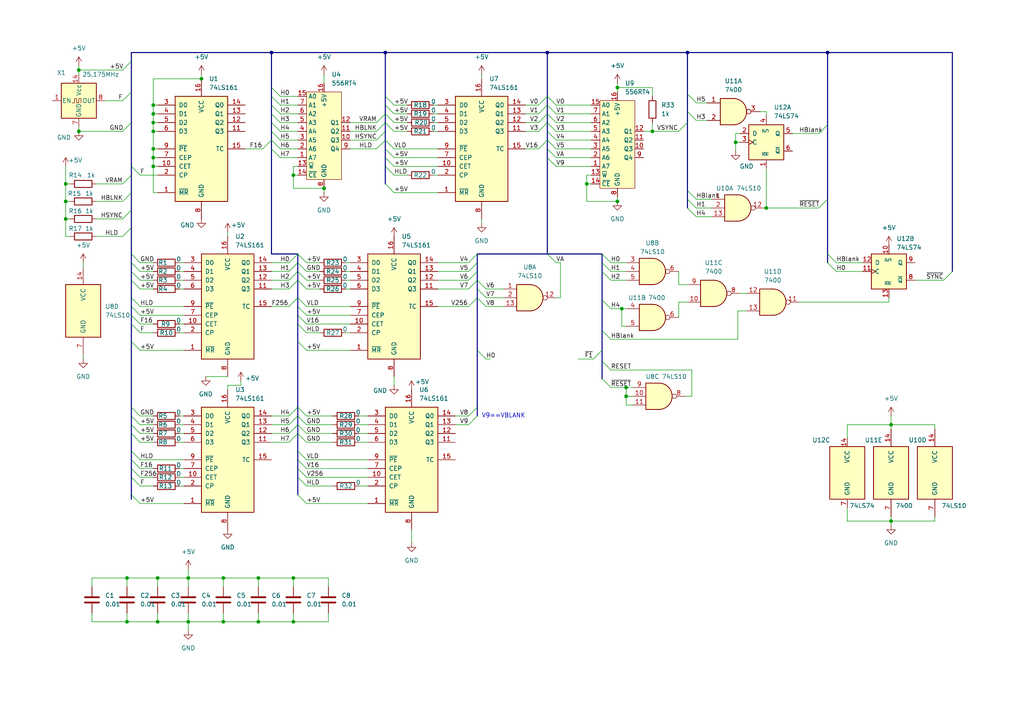
<source format=kicad_sch>
(kicad_sch (version 20231120) (generator "eeschema") (generator_version "8.0")
  (paper "A4")
  (junction (at 54.61 180.34))
  (junction (at 36.83 167.64))
  (junction (at 85.09 167.64))
  (junction (at 93.98 54.61))
  (junction (at 58.42 22.86))
  (junction (at 180.34 89.535))
  (junction (at 170.18 53.34))
  (junction (at 258.445 151.13))
  (junction (at 64.77 180.34))
  (junction (at 19.05 63.5))
  (junction (at 44.45 45.72))
  (junction (at 74.93 167.64))
  (junction (at 36.83 180.34))
  (junction (at 179.07 58.42))
  (junction (at 179.07 25.4))
  (junction (at 111.76 15.24))
  (junction (at 19.05 58.42))
  (junction (at 85.09 180.34))
  (junction (at 189.23 38.1))
  (junction (at 222.25 60.325))
  (junction (at 64.77 167.64))
  (junction (at 44.45 35.56))
  (junction (at 54.61 167.64))
  (junction (at 44.45 48.26))
  (junction (at 44.45 38.1))
  (junction (at 44.45 43.18))
  (junction (at 158.75 15.24))
  (junction (at 213.36 41.275))
  (junction (at 19.05 53.34))
  (junction (at 258.445 123.19))
  (junction (at 181.61 114.935))
  (junction (at 44.45 30.48))
  (junction (at 22.86 38.1))
  (junction (at 78.74 15.24))
  (junction (at 85.09 50.8))
  (junction (at 44.45 33.02))
  (junction (at 240.03 15.24))
  (junction (at 74.93 180.34))
  (junction (at 45.72 180.34))
  (junction (at 181.61 112.395))
  (junction (at 199.39 15.24))
  (junction (at 45.72 167.64))
  (junction (at 22.86 20.32))
  (bus_entry (at 161.29 48.26) (size -2.54 -2.54))
  (bus_entry (at 83.82 76.2) (size 2.54 -2.54))
  (bus_entry (at 88.9 123.19) (size -2.54 -2.54))
  (bus_entry (at 83.82 125.73) (size 2.54 -2.54))
  (bus_entry (at 135.89 83.82) (size 2.54 -2.54))
  (bus_entry (at 114.3 38.1) (size -2.54 -2.54))
  (bus_entry (at 109.22 40.64) (size 2.54 -2.54))
  (bus_entry (at 38.1 91.44) (size 2.54 2.54))
  (bus_entry (at 35.56 58.42) (size 2.54 -2.54))
  (bus_entry (at 88.9 83.82) (size -2.54 -2.54))
  (bus_entry (at 83.82 88.9) (size 2.54 -2.54))
  (bus_entry (at 38.1 93.98) (size 2.54 2.54))
  (bus_entry (at 199.39 60.325) (size 2.54 2.54))
  (bus_entry (at 174.625 76.2) (size 2.54 2.54))
  (bus_entry (at 156.21 38.1) (size 2.54 -2.54))
  (bus_entry (at 161.29 40.64) (size -2.54 -2.54))
  (bus_entry (at 38.1 123.19) (size 2.54 2.54))
  (bus_entry (at 38.1 130.81) (size 2.54 2.54))
  (bus_entry (at 88.9 81.28) (size -2.54 -2.54))
  (bus_entry (at 38.1 81.28) (size 2.54 2.54))
  (bus_entry (at 35.56 20.32) (size 2.54 -2.54))
  (bus_entry (at 88.9 120.65) (size -2.54 -2.54))
  (bus_entry (at 135.89 123.19) (size 2.54 -2.54))
  (bus_entry (at 35.56 38.1) (size 2.54 -2.54))
  (bus_entry (at 88.9 125.73) (size -2.54 -2.54))
  (bus_entry (at 38.1 48.26) (size 2.54 2.54))
  (bus_entry (at 109.22 43.18) (size 2.54 -2.54))
  (bus_entry (at 38.1 120.65) (size 2.54 2.54))
  (bus_entry (at 86.36 138.43) (size 2.54 2.54))
  (bus_entry (at 240.03 73.66) (size 2.54 2.54))
  (bus_entry (at 140.97 83.82) (size -2.54 -2.54))
  (bus_entry (at 135.89 76.2) (size 2.54 -2.54))
  (bus_entry (at 88.9 133.35) (size -2.54 -2.54))
  (bus_entry (at 156.21 35.56) (size 2.54 -2.54))
  (bus_entry (at 81.28 43.18) (size -2.54 -2.54))
  (bus_entry (at 35.56 68.58) (size 2.54 -2.54))
  (bus_entry (at 88.9 78.74) (size -2.54 -2.54))
  (bus_entry (at 135.89 81.28) (size 2.54 -2.54))
  (bus_entry (at 78.74 30.48) (size 2.54 2.54))
  (bus_entry (at 88.9 101.6) (size -2.54 -2.54))
  (bus_entry (at 174.625 104.775) (size 2.54 2.54))
  (bus_entry (at 109.22 35.56) (size 2.54 -2.54))
  (bus_entry (at 138.43 101.6) (size 2.54 2.54))
  (bus_entry (at 161.29 35.56) (size -2.54 -2.54))
  (bus_entry (at 174.625 78.74) (size 2.54 2.54))
  (bus_entry (at 156.21 43.18) (size 2.54 -2.54))
  (bus_entry (at 35.56 29.21) (size 2.54 -2.54))
  (bus_entry (at 111.76 45.72) (size 2.54 2.54))
  (bus_entry (at 38.1 138.43) (size 2.54 2.54))
  (bus_entry (at 111.76 48.26) (size 2.54 2.54))
  (bus_entry (at 78.74 35.56) (size 2.54 2.54))
  (bus_entry (at 88.9 96.52) (size -2.54 -2.54))
  (bus_entry (at 161.29 43.18) (size -2.54 -2.54))
  (bus_entry (at 196.85 38.1) (size 2.54 -2.54))
  (bus_entry (at 161.29 38.1) (size -2.54 -2.54))
  (bus_entry (at 109.22 38.1) (size 2.54 -2.54))
  (bus_entry (at 38.1 143.51) (size 2.54 2.54))
  (bus_entry (at 199.39 57.785) (size 2.54 2.54))
  (bus_entry (at 135.89 120.65) (size 2.54 -2.54))
  (bus_entry (at 76.2 43.18) (size 2.54 -2.54))
  (bus_entry (at 111.76 43.18) (size 2.54 2.54))
  (bus_entry (at 86.36 143.51) (size 2.54 2.54))
  (bus_entry (at 38.1 88.9) (size 2.54 2.54))
  (bus_entry (at 78.74 33.02) (size 2.54 2.54))
  (bus_entry (at 111.76 53.34) (size 2.54 2.54))
  (bus_entry (at 78.74 25.4) (size 2.54 2.54))
  (bus_entry (at 86.36 135.89) (size 2.54 2.54))
  (bus_entry (at 161.29 30.48) (size -2.54 -2.54))
  (bus_entry (at 83.82 83.82) (size 2.54 -2.54))
  (bus_entry (at 35.56 63.5) (size 2.54 -2.54))
  (bus_entry (at 174.625 95.885) (size 2.54 2.54))
  (bus_entry (at 38.1 118.11) (size 2.54 2.54))
  (bus_entry (at 88.9 93.98) (size -2.54 -2.54))
  (bus_entry (at 38.1 76.2) (size 2.54 2.54))
  (bus_entry (at 38.1 133.35) (size 2.54 2.54))
  (bus_entry (at 140.97 88.9) (size -2.54 -2.54))
  (bus_entry (at 156.21 30.48) (size 2.54 -2.54))
  (bus_entry (at 114.3 33.02) (size -2.54 -2.54))
  (bus_entry (at 88.9 128.27) (size -2.54 -2.54))
  (bus_entry (at 83.82 81.28) (size 2.54 -2.54))
  (bus_entry (at 83.82 128.27) (size 2.54 -2.54))
  (bus_entry (at 38.1 99.06) (size 2.54 2.54))
  (bus_entry (at 174.625 86.995) (size 2.54 2.54))
  (bus_entry (at 81.28 45.72) (size -2.54 -2.54))
  (bus_entry (at 161.29 76.2) (size -2.54 -2.54))
  (bus_entry (at 114.3 35.56) (size -2.54 -2.54))
  (bus_entry (at 237.49 38.735) (size 2.54 -2.54))
  (bus_entry (at 161.29 45.72) (size -2.54 -2.54))
  (bus_entry (at 88.9 88.9) (size -2.54 -2.54))
  (bus_entry (at 78.74 38.1) (size 2.54 2.54))
  (bus_entry (at 135.89 88.9) (size 2.54 -2.54))
  (bus_entry (at 199.39 55.245) (size 2.54 2.54))
  (bus_entry (at 237.49 60.325) (size 2.54 -2.54))
  (bus_entry (at 140.97 86.36) (size -2.54 -2.54))
  (bus_entry (at 161.29 33.02) (size -2.54 -2.54))
  (bus_entry (at 199.39 27.305) (size 2.54 2.54))
  (bus_entry (at 78.74 27.94) (size 2.54 2.54))
  (bus_entry (at 88.9 76.2) (size -2.54 -2.54))
  (bus_entry (at 88.9 91.44) (size -2.54 -2.54))
  (bus_entry (at 38.1 135.89) (size 2.54 2.54))
  (bus_entry (at 199.39 32.385) (size 2.54 2.54))
  (bus_entry (at 83.82 120.65) (size 2.54 -2.54))
  (bus_entry (at 35.56 53.34) (size 2.54 -2.54))
  (bus_entry (at 174.625 109.855) (size 2.54 2.54))
  (bus_entry (at 38.1 73.66) (size 2.54 2.54))
  (bus_entry (at 156.21 33.02) (size 2.54 -2.54))
  (bus_entry (at 83.82 78.74) (size 2.54 -2.54))
  (bus_entry (at 273.685 81.28) (size 2.54 -2.54))
  (bus_entry (at 86.36 133.35) (size 2.54 2.54))
  (bus_entry (at 38.1 78.74) (size 2.54 2.54))
  (bus_entry (at 135.89 78.74) (size 2.54 -2.54))
  (bus_entry (at 38.1 86.36) (size 2.54 2.54))
  (bus_entry (at 114.3 30.48) (size -2.54 -2.54))
  (bus_entry (at 240.03 76.2) (size 2.54 2.54))
  (bus_entry (at 172.085 104.14) (size 2.54 -2.54))
  (bus_entry (at 114.3 43.18) (size -2.54 -2.54))
  (bus_entry (at 38.1 125.73) (size 2.54 2.54))
  (bus_entry (at 174.625 73.66) (size 2.54 2.54))
  (bus_entry (at 83.82 123.19) (size 2.54 -2.54))
  (bus (pts (xy 138.43 101.6) (xy 138.43 118.11)))
  (bus (pts (xy 38.1 86.36) (xy 38.1 88.9)))
  (wire (pts (xy 167.64 104.14) (xy 172.085 104.14)))
  (wire (pts (xy 27.94 68.58) (xy 35.56 68.58)))
  (wire (pts (xy 177.165 76.2) (xy 181.61 76.2)))
  (wire (pts (xy 258.445 151.13) (xy 245.745 151.13)))
  (wire (pts (xy 26.67 170.18) (xy 26.67 167.64)))
  (wire (pts (xy 189.23 38.1) (xy 196.85 38.1)))
  (wire (pts (xy 88.9 125.73) (xy 96.52 125.73)))
  (wire (pts (xy 242.57 78.74) (xy 250.19 78.74)))
  (wire (pts (xy 26.67 177.8) (xy 26.67 180.34)))
  (wire (pts (xy 52.07 76.2) (xy 53.34 76.2)))
  (wire (pts (xy 140.97 86.36) (xy 146.05 86.36)))
  (wire (pts (xy 85.09 167.64) (xy 85.09 170.18)))
  (wire (pts (xy 44.45 43.18) (xy 44.45 38.1)))
  (wire (pts (xy 85.09 54.61) (xy 93.98 54.61)))
  (wire (pts (xy 24.13 76.2) (xy 24.13 77.47)))
  (bus (pts (xy 111.76 27.94) (xy 111.76 30.48)))
  (wire (pts (xy 88.9 146.05) (xy 106.68 146.05)))
  (bus (pts (xy 38.1 118.11) (xy 38.1 120.65)))
  (wire (pts (xy 271.145 123.19) (xy 258.445 123.19)))
  (bus (pts (xy 111.76 40.64) (xy 111.76 43.18)))
  (wire (pts (xy 140.97 104.14) (xy 142.24 104.14)))
  (wire (pts (xy 180.34 94.615) (xy 180.34 89.535)))
  (wire (pts (xy 179.07 25.4) (xy 189.23 25.4)))
  (wire (pts (xy 104.14 140.97) (xy 106.68 140.97)))
  (wire (pts (xy 40.64 78.74) (xy 44.45 78.74)))
  (bus (pts (xy 86.36 120.65) (xy 86.36 123.19)))
  (wire (pts (xy 88.9 83.82) (xy 92.71 83.82)))
  (bus (pts (xy 86.36 73.66) (xy 86.36 76.2)))
  (bus (pts (xy 174.625 101.6) (xy 174.625 104.775)))
  (wire (pts (xy 140.97 88.9) (xy 146.05 88.9)))
  (bus (pts (xy 199.39 32.385) (xy 199.39 35.56)))
  (wire (pts (xy 179.07 24.13) (xy 179.07 25.4)))
  (wire (pts (xy 74.93 180.34) (xy 85.09 180.34)))
  (wire (pts (xy 85.09 180.34) (xy 95.25 180.34)))
  (wire (pts (xy 22.86 20.32) (xy 35.56 20.32)))
  (wire (pts (xy 114.3 38.1) (xy 118.11 38.1)))
  (bus (pts (xy 78.74 27.94) (xy 78.74 30.48)))
  (wire (pts (xy 179.07 57.15) (xy 179.07 58.42)))
  (wire (pts (xy 52.07 123.19) (xy 53.34 123.19)))
  (wire (pts (xy 114.3 30.48) (xy 118.11 30.48)))
  (wire (pts (xy 245.745 123.19) (xy 245.745 127)))
  (wire (pts (xy 40.64 125.73) (xy 44.45 125.73)))
  (wire (pts (xy 44.45 35.56) (xy 44.45 33.02)))
  (wire (pts (xy 100.33 96.52) (xy 101.6 96.52)))
  (wire (pts (xy 81.28 35.56) (xy 86.36 35.56)))
  (wire (pts (xy 258.445 149.86) (xy 258.445 151.13)))
  (wire (pts (xy 88.9 101.6) (xy 101.6 101.6)))
  (wire (pts (xy 40.64 133.35) (xy 53.34 133.35)))
  (bus (pts (xy 138.43 78.74) (xy 138.43 81.28)))
  (wire (pts (xy 52.07 81.28) (xy 53.34 81.28)))
  (wire (pts (xy 69.85 111.76) (xy 66.04 111.76)))
  (wire (pts (xy 152.4 38.1) (xy 156.21 38.1)))
  (bus (pts (xy 138.43 83.82) (xy 138.43 86.36)))
  (bus (pts (xy 158.75 27.94) (xy 158.75 30.48)))
  (wire (pts (xy 114.3 45.72) (xy 127 45.72)))
  (wire (pts (xy 221.615 60.325) (xy 222.25 60.325)))
  (wire (pts (xy 161.29 48.26) (xy 171.45 48.26)))
  (wire (pts (xy 40.64 138.43) (xy 44.45 138.43)))
  (wire (pts (xy 139.7 63.5) (xy 139.7 64.77)))
  (wire (pts (xy 19.05 63.5) (xy 19.05 58.42)))
  (bus (pts (xy 158.75 15.24) (xy 158.75 27.94)))
  (wire (pts (xy 93.98 54.61) (xy 93.98 55.88)))
  (wire (pts (xy 177.165 98.425) (xy 213.995 98.425)))
  (wire (pts (xy 74.93 167.64) (xy 85.09 167.64)))
  (bus (pts (xy 138.43 73.66) (xy 138.43 76.2)))
  (bus (pts (xy 38.1 88.9) (xy 38.1 91.44)))
  (wire (pts (xy 45.72 167.64) (xy 54.61 167.64)))
  (wire (pts (xy 125.73 38.1) (xy 127 38.1)))
  (wire (pts (xy 161.29 86.36) (xy 162.56 86.36)))
  (wire (pts (xy 81.28 40.64) (xy 86.36 40.64)))
  (bus (pts (xy 38.1 130.81) (xy 38.1 133.35)))
  (wire (pts (xy 40.64 101.6) (xy 53.34 101.6)))
  (wire (pts (xy 201.93 34.925) (xy 205.105 34.925)))
  (bus (pts (xy 38.1 50.8) (xy 38.1 55.88)))
  (wire (pts (xy 229.87 38.735) (xy 237.49 38.735)))
  (wire (pts (xy 78.74 120.65) (xy 83.82 120.65)))
  (wire (pts (xy 114.3 35.56) (xy 118.11 35.56)))
  (wire (pts (xy 86.36 48.26) (xy 85.09 48.26)))
  (bus (pts (xy 111.76 48.26) (xy 111.76 53.34)))
  (wire (pts (xy 40.64 123.19) (xy 44.45 123.19)))
  (bus (pts (xy 276.225 15.24) (xy 276.225 78.74)))
  (wire (pts (xy 44.45 22.86) (xy 58.42 22.86)))
  (wire (pts (xy 161.29 76.2) (xy 162.56 76.2)))
  (wire (pts (xy 125.73 35.56) (xy 127 35.56)))
  (wire (pts (xy 161.29 30.48) (xy 171.45 30.48)))
  (bus (pts (xy 86.36 93.98) (xy 86.36 99.06)))
  (wire (pts (xy 170.18 53.34) (xy 171.45 53.34)))
  (bus (pts (xy 240.03 15.24) (xy 240.03 36.195)))
  (wire (pts (xy 88.9 96.52) (xy 92.71 96.52)))
  (wire (pts (xy 81.28 45.72) (xy 86.36 45.72)))
  (wire (pts (xy 177.165 89.535) (xy 180.34 89.535)))
  (bus (pts (xy 38.1 125.73) (xy 38.1 130.81)))
  (wire (pts (xy 100.33 81.28) (xy 101.6 81.28)))
  (wire (pts (xy 152.4 43.18) (xy 156.21 43.18)))
  (wire (pts (xy 20.32 68.58) (xy 19.05 68.58)))
  (wire (pts (xy 40.64 91.44) (xy 53.34 91.44)))
  (wire (pts (xy 100.33 78.74) (xy 101.6 78.74)))
  (bus (pts (xy 86.36 133.35) (xy 86.36 135.89)))
  (wire (pts (xy 40.64 83.82) (xy 44.45 83.82)))
  (wire (pts (xy 214.63 85.09) (xy 216.535 85.09)))
  (wire (pts (xy 78.74 76.2) (xy 83.82 76.2)))
  (wire (pts (xy 52.07 138.43) (xy 53.34 138.43)))
  (wire (pts (xy 114.3 33.02) (xy 118.11 33.02)))
  (bus (pts (xy 240.03 15.24) (xy 276.225 15.24)))
  (wire (pts (xy 181.61 114.935) (xy 183.515 114.935)))
  (wire (pts (xy 44.45 38.1) (xy 45.72 38.1)))
  (wire (pts (xy 125.73 33.02) (xy 127 33.02)))
  (wire (pts (xy 40.64 140.97) (xy 44.45 140.97)))
  (wire (pts (xy 200.66 114.935) (xy 198.755 114.935)))
  (bus (pts (xy 86.36 81.28) (xy 86.36 86.36)))
  (wire (pts (xy 189.23 35.56) (xy 189.23 38.1)))
  (wire (pts (xy 231.775 87.63) (xy 257.81 87.63)))
  (wire (pts (xy 88.9 91.44) (xy 101.6 91.44)))
  (wire (pts (xy 213.995 98.425) (xy 213.995 90.17)))
  (wire (pts (xy 88.9 133.35) (xy 106.68 133.35)))
  (wire (pts (xy 100.33 83.82) (xy 101.6 83.82)))
  (wire (pts (xy 201.93 62.865) (xy 206.375 62.865)))
  (wire (pts (xy 44.45 30.48) (xy 45.72 30.48)))
  (wire (pts (xy 265.43 81.28) (xy 273.685 81.28)))
  (bus (pts (xy 38.1 143.51) (xy 38.1 144.78)))
  (wire (pts (xy 257.81 87.63) (xy 257.81 86.36)))
  (wire (pts (xy 177.165 107.315) (xy 200.66 107.315)))
  (bus (pts (xy 38.1 66.04) (xy 38.1 73.66)))
  (bus (pts (xy 38.1 138.43) (xy 38.1 143.51)))
  (wire (pts (xy 81.28 43.18) (xy 86.36 43.18)))
  (wire (pts (xy 78.74 81.28) (xy 83.82 81.28)))
  (wire (pts (xy 127 81.28) (xy 135.89 81.28)))
  (wire (pts (xy 85.09 48.26) (xy 85.09 50.8)))
  (wire (pts (xy 78.74 78.74) (xy 83.82 78.74)))
  (wire (pts (xy 59.69 109.22) (xy 66.04 109.22)))
  (bus (pts (xy 86.36 135.89) (xy 86.36 138.43)))
  (wire (pts (xy 85.09 50.8) (xy 86.36 50.8)))
  (wire (pts (xy 196.85 78.74) (xy 196.85 82.55)))
  (bus (pts (xy 86.36 78.74) (xy 86.36 76.2)))
  (bus (pts (xy 78.74 40.64) (xy 78.74 43.18)))
  (wire (pts (xy 125.73 50.8) (xy 127 50.8)))
  (bus (pts (xy 86.36 78.74) (xy 86.36 81.28)))
  (bus (pts (xy 86.36 123.19) (xy 86.36 125.73)))
  (wire (pts (xy 52.07 140.97) (xy 53.34 140.97)))
  (wire (pts (xy 152.4 33.02) (xy 156.21 33.02)))
  (wire (pts (xy 127 78.74) (xy 135.89 78.74)))
  (wire (pts (xy 22.86 38.1) (xy 22.86 36.83)))
  (bus (pts (xy 38.1 60.96) (xy 38.1 66.04)))
  (wire (pts (xy 88.9 88.9) (xy 101.6 88.9)))
  (wire (pts (xy 179.07 25.4) (xy 179.07 26.67)))
  (wire (pts (xy 196.85 82.55) (xy 199.39 82.55)))
  (wire (pts (xy 162.56 86.36) (xy 162.56 76.2)))
  (bus (pts (xy 158.75 45.72) (xy 158.75 73.66)))
  (wire (pts (xy 114.3 50.8) (xy 118.11 50.8)))
  (wire (pts (xy 54.61 177.8) (xy 54.61 180.34)))
  (bus (pts (xy 78.74 33.02) (xy 78.74 35.56)))
  (wire (pts (xy 258.445 123.19) (xy 245.745 123.19)))
  (wire (pts (xy 36.83 177.8) (xy 36.83 180.34)))
  (wire (pts (xy 40.64 93.98) (xy 44.45 93.98)))
  (wire (pts (xy 54.61 180.34) (xy 54.61 182.88)))
  (wire (pts (xy 78.74 125.73) (xy 83.82 125.73)))
  (wire (pts (xy 40.64 96.52) (xy 44.45 96.52)))
  (wire (pts (xy 85.09 167.64) (xy 95.25 167.64)))
  (wire (pts (xy 199.39 87.63) (xy 196.85 87.63)))
  (bus (pts (xy 158.75 43.18) (xy 158.75 45.72)))
  (wire (pts (xy 101.6 35.56) (xy 109.22 35.56)))
  (wire (pts (xy 52.07 78.74) (xy 53.34 78.74)))
  (wire (pts (xy 88.9 81.28) (xy 92.71 81.28)))
  (bus (pts (xy 174.625 76.2) (xy 174.625 78.74)))
  (wire (pts (xy 52.07 96.52) (xy 53.34 96.52)))
  (wire (pts (xy 201.93 57.785) (xy 206.375 57.785)))
  (bus (pts (xy 38.1 55.88) (xy 38.1 60.96)))
  (bus (pts (xy 111.76 15.24) (xy 111.76 27.94)))
  (wire (pts (xy 54.61 165.1) (xy 54.61 167.64)))
  (wire (pts (xy 45.72 177.8) (xy 45.72 180.34)))
  (wire (pts (xy 81.28 27.94) (xy 86.36 27.94)))
  (wire (pts (xy 88.9 120.65) (xy 96.52 120.65)))
  (wire (pts (xy 201.93 29.845) (xy 205.105 29.845)))
  (bus (pts (xy 111.76 15.24) (xy 158.75 15.24)))
  (wire (pts (xy 186.69 38.1) (xy 189.23 38.1)))
  (wire (pts (xy 139.7 21.59) (xy 139.7 22.86)))
  (bus (pts (xy 86.36 86.36) (xy 86.36 88.9)))
  (bus (pts (xy 138.43 118.11) (xy 138.43 120.65)))
  (wire (pts (xy 81.28 33.02) (xy 86.36 33.02)))
  (bus (pts (xy 174.625 95.885) (xy 174.625 101.6)))
  (wire (pts (xy 66.04 111.76) (xy 66.04 113.03)))
  (wire (pts (xy 74.93 167.64) (xy 74.93 170.18)))
  (wire (pts (xy 52.07 93.98) (xy 53.34 93.98)))
  (wire (pts (xy 119.38 153.67) (xy 119.38 157.48)))
  (wire (pts (xy 213.36 41.275) (xy 213.36 43.815)))
  (wire (pts (xy 40.64 120.65) (xy 44.45 120.65)))
  (wire (pts (xy 52.07 135.89) (xy 53.34 135.89)))
  (wire (pts (xy 180.34 89.535) (xy 181.61 89.535)))
  (wire (pts (xy 101.6 43.18) (xy 109.22 43.18)))
  (wire (pts (xy 242.57 76.2) (xy 250.19 76.2)))
  (wire (pts (xy 177.165 78.74) (xy 181.61 78.74)))
  (wire (pts (xy 44.45 33.02) (xy 44.45 30.48)))
  (wire (pts (xy 52.07 125.73) (xy 53.34 125.73)))
  (wire (pts (xy 101.6 40.64) (xy 109.22 40.64)))
  (bus (pts (xy 38.1 78.74) (xy 38.1 81.28)))
  (wire (pts (xy 200.66 107.315) (xy 200.66 114.935)))
  (bus (pts (xy 86.36 130.81) (xy 86.36 133.35)))
  (bus (pts (xy 38.1 99.06) (xy 38.1 118.11)))
  (wire (pts (xy 88.9 78.74) (xy 92.71 78.74)))
  (wire (pts (xy 44.45 43.18) (xy 45.72 43.18)))
  (wire (pts (xy 213.36 41.275) (xy 214.63 41.275)))
  (wire (pts (xy 152.4 30.48) (xy 156.21 30.48)))
  (wire (pts (xy 44.45 55.88) (xy 44.45 48.26)))
  (bus (pts (xy 86.36 138.43) (xy 86.36 143.51)))
  (bus (pts (xy 38.1 91.44) (xy 38.1 93.98)))
  (wire (pts (xy 22.86 21.59) (xy 22.86 20.32)))
  (bus (pts (xy 240.03 36.195) (xy 240.03 57.785)))
  (wire (pts (xy 170.18 58.42) (xy 179.07 58.42)))
  (wire (pts (xy 222.25 60.325) (xy 237.49 60.325)))
  (wire (pts (xy 26.67 180.34) (xy 36.83 180.34)))
  (wire (pts (xy 85.09 50.8) (xy 85.09 54.61)))
  (bus (pts (xy 158.75 30.48) (xy 158.75 33.02)))
  (wire (pts (xy 222.25 32.385) (xy 222.25 33.655)))
  (wire (pts (xy 258.445 151.13) (xy 258.445 152.4)))
  (wire (pts (xy 40.64 146.05) (xy 53.34 146.05)))
  (wire (pts (xy 44.45 30.48) (xy 44.45 22.86)))
  (wire (pts (xy 26.67 167.64) (xy 36.83 167.64)))
  (bus (pts (xy 138.43 81.28) (xy 138.43 83.82)))
  (wire (pts (xy 54.61 167.64) (xy 54.61 170.18)))
  (wire (pts (xy 201.93 60.325) (xy 206.375 60.325)))
  (wire (pts (xy 258.445 123.19) (xy 258.445 124.46)))
  (wire (pts (xy 54.61 167.64) (xy 64.77 167.64)))
  (bus (pts (xy 111.76 33.02) (xy 111.76 35.56)))
  (wire (pts (xy 161.29 35.56) (xy 171.45 35.56)))
  (bus (pts (xy 38.1 133.35) (xy 38.1 135.89)))
  (bus (pts (xy 38.1 81.28) (xy 38.1 86.36)))
  (bus (pts (xy 111.76 35.56) (xy 111.76 38.1)))
  (wire (pts (xy 170.18 53.34) (xy 170.18 58.42)))
  (wire (pts (xy 64.77 167.64) (xy 64.77 170.18)))
  (bus (pts (xy 78.74 30.48) (xy 78.74 33.02)))
  (wire (pts (xy 114.3 48.26) (xy 127 48.26)))
  (bus (pts (xy 111.76 30.48) (xy 111.76 33.02)))
  (wire (pts (xy 22.86 38.1) (xy 35.56 38.1)))
  (wire (pts (xy 27.94 63.5) (xy 35.56 63.5)))
  (wire (pts (xy 19.05 68.58) (xy 19.05 63.5)))
  (wire (pts (xy 177.165 81.28) (xy 181.61 81.28)))
  (bus (pts (xy 174.625 104.775) (xy 174.625 109.855)))
  (bus (pts (xy 38.1 48.26) (xy 38.1 50.8)))
  (wire (pts (xy 88.9 140.97) (xy 96.52 140.97)))
  (wire (pts (xy 95.25 180.34) (xy 95.25 177.8)))
  (bus (pts (xy 158.75 15.24) (xy 199.39 15.24)))
  (wire (pts (xy 140.97 83.82) (xy 146.05 83.82)))
  (wire (pts (xy 52.07 128.27) (xy 53.34 128.27)))
  (wire (pts (xy 181.61 117.475) (xy 181.61 114.935)))
  (wire (pts (xy 58.42 21.59) (xy 58.42 22.86)))
  (bus (pts (xy 174.625 86.995) (xy 174.625 95.885)))
  (wire (pts (xy 127 88.9) (xy 135.89 88.9)))
  (wire (pts (xy 104.14 123.19) (xy 106.68 123.19)))
  (wire (pts (xy 69.85 110.49) (xy 69.85 111.76)))
  (bus (pts (xy 199.39 35.56) (xy 199.39 55.245)))
  (wire (pts (xy 44.45 45.72) (xy 44.45 43.18)))
  (wire (pts (xy 78.74 128.27) (xy 83.82 128.27)))
  (bus (pts (xy 38.1 15.24) (xy 78.74 15.24)))
  (wire (pts (xy 213.36 38.735) (xy 213.36 41.275)))
  (wire (pts (xy 81.28 38.1) (xy 86.36 38.1)))
  (wire (pts (xy 52.07 83.82) (xy 53.34 83.82)))
  (bus (pts (xy 86.36 91.44) (xy 86.36 93.98)))
  (wire (pts (xy 45.72 167.64) (xy 45.72 170.18)))
  (wire (pts (xy 74.93 177.8) (xy 74.93 180.34)))
  (wire (pts (xy 104.14 125.73) (xy 106.68 125.73)))
  (wire (pts (xy 36.83 167.64) (xy 36.83 170.18)))
  (bus (pts (xy 174.625 78.74) (xy 174.625 86.995)))
  (wire (pts (xy 52.07 120.65) (xy 53.34 120.65)))
  (wire (pts (xy 78.74 123.19) (xy 83.82 123.19)))
  (wire (pts (xy 88.9 93.98) (xy 101.6 93.98)))
  (bus (pts (xy 240.03 57.785) (xy 240.03 73.66)))
  (bus (pts (xy 240.03 73.66) (xy 240.03 76.2)))
  (wire (pts (xy 45.72 180.34) (xy 54.61 180.34)))
  (wire (pts (xy 44.45 48.26) (xy 44.45 45.72)))
  (bus (pts (xy 138.43 86.36) (xy 138.43 101.6)))
  (bus (pts (xy 78.74 35.56) (xy 78.74 38.1)))
  (wire (pts (xy 40.64 128.27) (xy 44.45 128.27)))
  (wire (pts (xy 189.23 27.94) (xy 189.23 25.4)))
  (wire (pts (xy 114.3 109.22) (xy 114.3 111.76)))
  (wire (pts (xy 271.145 151.13) (xy 258.445 151.13)))
  (wire (pts (xy 19.05 58.42) (xy 19.05 53.34)))
  (bus (pts (xy 38.1 76.2) (xy 38.1 78.74)))
  (bus (pts (xy 158.75 73.66) (xy 174.625 73.66)))
  (bus (pts (xy 78.74 25.4) (xy 78.74 27.94)))
  (wire (pts (xy 114.3 43.18) (xy 127 43.18)))
  (bus (pts (xy 174.625 73.66) (xy 174.625 76.2)))
  (bus (pts (xy 111.76 43.18) (xy 111.76 45.72)))
  (wire (pts (xy 181.61 112.395) (xy 183.515 112.395)))
  (wire (pts (xy 64.77 180.34) (xy 74.93 180.34)))
  (wire (pts (xy 66.04 67.31) (xy 66.04 68.58)))
  (wire (pts (xy 44.45 38.1) (xy 44.45 35.56)))
  (wire (pts (xy 88.9 123.19) (xy 96.52 123.19)))
  (wire (pts (xy 44.45 55.88) (xy 45.72 55.88)))
  (wire (pts (xy 44.45 33.02) (xy 45.72 33.02)))
  (wire (pts (xy 222.25 60.325) (xy 222.25 48.895)))
  (wire (pts (xy 132.08 123.19) (xy 135.89 123.19)))
  (wire (pts (xy 93.98 21.59) (xy 93.98 24.13)))
  (wire (pts (xy 40.64 50.8) (xy 45.72 50.8)))
  (wire (pts (xy 258.445 120.65) (xy 258.445 123.19)))
  (wire (pts (xy 127 83.82) (xy 135.89 83.82)))
  (bus (pts (xy 111.76 38.1) (xy 111.76 40.64)))
  (bus (pts (xy 158.75 40.64) (xy 158.75 43.18)))
  (wire (pts (xy 171.45 50.8) (xy 170.18 50.8)))
  (wire (pts (xy 161.29 33.02) (xy 171.45 33.02)))
  (wire (pts (xy 30.48 29.21) (xy 35.56 29.21)))
  (wire (pts (xy 161.29 45.72) (xy 171.45 45.72)))
  (bus (pts (xy 38.1 17.78) (xy 38.1 26.67)))
  (wire (pts (xy 196.85 87.63) (xy 196.85 92.075)))
  (bus (pts (xy 199.39 57.785) (xy 199.39 60.325)))
  (wire (pts (xy 181.61 114.935) (xy 181.61 112.395)))
  (bus (pts (xy 38.1 123.19) (xy 38.1 125.73)))
  (bus (pts (xy 38.1 26.67) (xy 38.1 35.56)))
  (wire (pts (xy 27.94 53.34) (xy 35.56 53.34)))
  (bus (pts (xy 158.75 33.02) (xy 158.75 35.56)))
  (wire (pts (xy 85.09 177.8) (xy 85.09 180.34)))
  (wire (pts (xy 19.05 58.42) (xy 20.32 58.42)))
  (wire (pts (xy 101.6 38.1) (xy 109.22 38.1)))
  (bus (pts (xy 86.36 73.66) (xy 78.74 73.66)))
  (wire (pts (xy 183.515 117.475) (xy 181.61 117.475)))
  (bus (pts (xy 86.36 88.9) (xy 86.36 91.44)))
  (wire (pts (xy 127 76.2) (xy 135.89 76.2)))
  (wire (pts (xy 114.3 55.88) (xy 127 55.88)))
  (bus (pts (xy 78.74 15.24) (xy 78.74 25.4)))
  (wire (pts (xy 161.29 38.1) (xy 171.45 38.1)))
  (wire (pts (xy 64.77 167.64) (xy 74.93 167.64)))
  (wire (pts (xy 181.61 94.615) (xy 180.34 94.615)))
  (wire (pts (xy 88.9 138.43) (xy 106.68 138.43)))
  (bus (pts (xy 138.43 73.66) (xy 158.75 73.66)))
  (wire (pts (xy 88.9 76.2) (xy 92.71 76.2)))
  (wire (pts (xy 271.145 149.86) (xy 271.145 151.13)))
  (wire (pts (xy 95.25 167.64) (xy 95.25 170.18)))
  (wire (pts (xy 64.77 177.8) (xy 64.77 180.34)))
  (wire (pts (xy 22.86 20.32) (xy 22.86 19.05)))
  (wire (pts (xy 88.9 128.27) (xy 96.52 128.27)))
  (bus (pts (xy 38.1 135.89) (xy 38.1 138.43)))
  (wire (pts (xy 104.14 128.27) (xy 106.68 128.27)))
  (bus (pts (xy 38.1 15.24) (xy 38.1 17.78)))
  (bus (pts (xy 199.39 15.24) (xy 199.39 27.305)))
  (wire (pts (xy 177.165 112.395) (xy 181.61 112.395)))
  (bus (pts (xy 78.74 15.24) (xy 111.76 15.24)))
  (bus (pts (xy 111.76 45.72) (xy 111.76 48.26)))
  (wire (pts (xy 214.63 38.735) (xy 213.36 38.735)))
  (wire (pts (xy 19.05 48.26) (xy 19.05 53.34)))
  (wire (pts (xy 19.05 63.5) (xy 20.32 63.5)))
  (wire (pts (xy 125.73 30.48) (xy 127 30.48)))
  (bus (pts (xy 78.74 38.1) (xy 78.74 40.64)))
  (wire (pts (xy 161.29 43.18) (xy 171.45 43.18)))
  (bus (pts (xy 38.1 120.65) (xy 38.1 123.19)))
  (wire (pts (xy 40.64 135.89) (xy 44.45 135.89)))
  (wire (pts (xy 54.61 180.34) (xy 64.77 180.34)))
  (bus (pts (xy 78.74 43.18) (xy 78.74 73.66)))
  (wire (pts (xy 40.64 81.28) (xy 44.45 81.28)))
  (wire (pts (xy 19.05 53.34) (xy 20.32 53.34)))
  (wire (pts (xy 170.18 50.8) (xy 170.18 53.34)))
  (bus (pts (xy 199.39 55.245) (xy 199.39 57.785)))
  (bus (pts (xy 158.75 35.56) (xy 158.75 38.1)))
  (wire (pts (xy 36.83 167.64) (xy 45.72 167.64)))
  (wire (pts (xy 152.4 35.56) (xy 156.21 35.56)))
  (wire (pts (xy 40.64 88.9) (xy 53.34 88.9)))
  (bus (pts (xy 86.36 99.06) (xy 86.36 118.11)))
  (wire (pts (xy 71.12 43.18) (xy 76.2 43.18)))
  (wire (pts (xy 40.64 76.2) (xy 44.45 76.2)))
  (wire (pts (xy 27.94 58.42) (xy 35.56 58.42)))
  (wire (pts (xy 78.74 83.82) (xy 83.82 83.82)))
  (bus (pts (xy 138.43 76.2) (xy 138.43 78.74)))
  (bus (pts (xy 199.39 15.24) (xy 240.03 15.24)))
  (wire (pts (xy 78.74 88.9) (xy 83.82 88.9)))
  (wire (pts (xy 132.08 120.65) (xy 135.89 120.65)))
  (wire (pts (xy 271.145 124.46) (xy 271.145 123.19)))
  (wire (pts (xy 100.33 76.2) (xy 101.6 76.2)))
  (bus (pts (xy 86.36 125.73) (xy 86.36 130.81)))
  (bus (pts (xy 38.1 73.66) (xy 38.1 76.2)))
  (bus (pts (xy 38.1 93.98) (xy 38.1 99.06)))
  (wire (pts (xy 24.13 102.87) (xy 24.13 104.14)))
  (bus (pts (xy 38.1 35.56) (xy 38.1 48.26)))
  (wire (pts (xy 104.14 120.65) (xy 106.68 120.65)))
  (wire (pts (xy 44.45 45.72) (xy 45.72 45.72)))
  (wire (pts (xy 44.45 35.56) (xy 45.72 35.56)))
  (wire (pts (xy 36.83 180.34) (xy 45.72 180.34)))
  (wire (pts (xy 44.45 48.26) (xy 45.72 48.26)))
  (bus (pts (xy 158.75 38.1) (xy 158.75 40.64)))
  (wire (pts (xy 220.345 32.385) (xy 222.25 32.385)))
  (wire (pts (xy 245.745 151.13) (xy 245.745 147.32)))
  (bus (pts (xy 86.36 118.11) (xy 86.36 120.65)))
  (wire (pts (xy 161.29 40.64) (xy 171.45 40.64)))
  (wire (pts (xy 213.995 90.17) (xy 216.535 90.17)))
  (bus (pts (xy 199.39 27.305) (xy 199.39 32.385)))
  (wire (pts (xy 88.9 135.89) (xy 106.68 135.89)))
  (wire (pts (xy 81.28 30.48) (xy 86.36 30.48)))
  (text "V9==VBLANK" (at 146.05 120.65 0) (effects (font (size 1.27 1.27))))
  (label "H5" (at 81.28 40.64 0))
  (label "HBlank" (at 177.165 98.425 0))
  (label "+5V" (at 88.9 91.44 0))
  (label "V16" (at 88.9 135.89 0))
  (label "V1" (at 153.67 33.02 0))
  (label "V256" (at 88.9 138.43 0))
  (label "H4" (at 177.165 89.535 0))
  (label "V256" (at 130.81 88.9 0))
  (label "GND" (at 88.9 128.27 0))
  (label "VLD" (at 88.9 88.9 0))
  (label "HLD" (at 40.64 133.35 0))
  (label "GND" (at 88.9 78.74 0))
  (label "+5V" (at 40.64 81.28 0))
  (label "HLD" (at 104.14 43.18 0))
  (label "+5V" (at 40.64 128.27 0))
  (label "V5" (at 133.35 78.74 0))
  (label "+5V" (at 40.64 125.73 0))
  (label "GND" (at 40.64 76.2 0))
  (label "+5V" (at 40.64 78.74 0))
  (label "F" (at 34.29 29.21 0))
  (label "V3" (at 161.29 38.1 0))
  (label "H1" (at 201.93 60.325 0))
  (label "V8" (at 140.97 88.9 0))
  (label "V4" (at 133.35 76.2 0))
  (label "HSYNC" (at 102.87 40.64 0))
  (label "V0" (at 161.29 30.48 0))
  (label "+5V" (at 114.3 38.1 0))
  (label "H3" (at 201.93 34.925 0))
  (label "H4" (at 81.28 38.1 0))
  (label "HLD" (at 88.9 96.52 0))
  (label "+5V" (at 88.9 146.05 0))
  (label "V6" (at 133.35 81.28 0))
  (label "V1" (at 161.29 33.02 0))
  (label "V0" (at 153.67 30.48 0))
  (label "H4" (at 81.28 120.65 0))
  (label "H0" (at 81.28 76.2 0))
  (label "HLD" (at 40.64 88.9 0))
  (label "H3" (at 81.28 83.82 0))
  (label "+5V" (at 114.3 55.88 0))
  (label "V16" (at 88.9 93.98 0))
  (label "V9" (at 133.35 123.19 0))
  (label "F16" (at 72.39 43.18 0))
  (label "+5V" (at 88.9 120.65 0))
  (label "HLD" (at 88.9 140.97 0))
  (label "HBlank" (at 242.57 76.2 0))
  (label "V16" (at 152.4 43.18 0))
  (label "V7" (at 140.97 86.36 0))
  (label "+5V" (at 114.3 48.26 0))
  (label "H2" (at 81.28 33.02 0))
  (label "VSYNC" (at 190.5 38.1 0))
  (label "H6" (at 81.28 125.73 0))
  (label "F256" (at 78.74 88.9 0))
  (label "+5V" (at 88.9 83.82 0))
  (label "F16" (at 40.64 93.98 0))
  (label "RESET" (at 177.165 107.315 0))
  (label "~{SYNC}" (at 268.605 81.28 0))
  (label "V6" (at 140.97 83.82 0))
  (label "+5V" (at 114.3 35.56 0))
  (label "+5V" (at 88.9 81.28 0))
  (label "H0" (at 177.165 76.2 0))
  (label "H2" (at 81.28 81.28 0))
  (label "H2" (at 177.165 81.28 0))
  (label "H0" (at 81.28 27.94 0))
  (label "HBlank" (at 231.775 38.735 0))
  (label "~{F1}" (at 169.545 104.14 0))
  (label "V5" (at 161.29 43.18 0))
  (label "+5V" (at 40.64 101.6 0))
  (label "H0" (at 242.57 78.74 0))
  (label "~{RESET}" (at 231.775 60.325 0))
  (label "VLD" (at 114.3 43.18 0))
  (label "HLD" (at 30.48 68.58 0))
  (label "+5V" (at 40.64 83.82 0))
  (label "+5V" (at 114.3 30.48 0))
  (label "VLD" (at 88.9 133.35 0))
  (label "H5" (at 201.93 29.845 0))
  (label "VRAM" (at 30.48 53.34 0))
  (label "V2" (at 161.29 35.56 0))
  (label "+5V" (at 40.64 146.05 0))
  (label "H7" (at 81.28 128.27 0))
  (label "~{RESET}" (at 177.165 112.395 0))
  (label "HBlank" (at 201.93 57.785 0))
  (label "H1" (at 177.165 78.74 0))
  (label "V2" (at 153.67 35.56 0))
  (label "HBLNK" (at 102.87 38.1 0))
  (label "HSYNC" (at 29.21 63.5 0))
  (label "+5V" (at 40.64 123.19 0))
  (label "F" (at 40.64 96.52 0))
  (label "+5V" (at 31.75 20.32 0))
  (label "H1" (at 81.28 30.48 0))
  (label "H5" (at 81.28 123.19 0))
  (label "V9" (at 161.29 48.26 0))
  (label "GND" (at 40.64 120.65 0))
  (label "H1" (at 81.28 78.74 0))
  (label "VA" (at 161.29 45.72 0))
  (label "VA" (at 161.29 76.2 0))
  (label "GND" (at 31.75 38.1 0))
  (label "+5V" (at 88.9 76.2 0))
  (label "H0" (at 140.97 104.14 0))
  (label "F" (at 40.64 50.8 0))
  (label "H6" (at 81.28 43.18 0))
  (label "V7" (at 133.35 83.82 0))
  (label "HBLNK" (at 29.21 58.42 0))
  (label "+5V" (at 88.9 101.6 0))
  (label "H7" (at 81.28 45.72 0))
  (label "+5V" (at 114.3 33.02 0))
  (label "+5V" (at 114.3 45.72 0))
  (label "H3" (at 81.28 35.56 0))
  (label "+5V" (at 40.64 91.44 0))
  (label "V3" (at 153.67 38.1 0))
  (label "GND" (at 88.9 123.19 0))
  (label "VRAM" (at 104.14 35.56 0))
  (label "F256" (at 40.64 138.43 0))
  (label "V4" (at 161.29 40.64 0))
  (label "H4" (at 201.93 62.865 0))
  (label "F" (at 40.64 140.97 0))
  (label "GND" (at 88.9 125.73 0))
  (label "HLD" (at 114.3 50.8 0))
  (label "V8" (at 133.35 120.65 0))
  (label "F16" (at 40.64 135.89 0))
  (symbol (lib_id "power:GND") (at 22.86 38.1 0) (unit 1)
    (property "Reference" "#PWR025" (effects (hide yes)))
    (property "Value" "GND" (at 18.542 39.878 0))
    (property "Description" "Power symbol creates a global label with name \"GND\" , ground" (effects (hide yes)))
  )
  (symbol (lib_id "Device:R") (at 48.26 83.82 90) (unit 1)
    (property "Reference" "R4" (at 47.244 83.82 90))
    (property "Value" "0" (at 51.816 82.804 90))
    (property "Description" "Resistor" (effects (hide yes)))
  )
  (symbol (lib_id "Device:R") (at 96.52 83.82 90) (unit 1)
    (property "Reference" "R26" (at 96.52 83.82 90))
    (property "Value" "0" (at 100.076 82.804 90))
    (property "Description" "Resistor" (effects (hide yes)))
  )
  (symbol (lib_id "74xx:74LS161") (at 139.7 43.18 0) (unit 1)
    (property "Reference" "U7" (at 141.8941 22.86 0) (effects (justify left)))
    (property "Value" "74LS161" (at 141.8941 25.4 0) (effects (justify left)))
    (property "Datasheet" "http://www.ti.com/lit/gpn/sn74LS161" (effects (hide yes)))
    (property "Description" "Synchronous 4-bit programmable binary Counter" (effects (hide yes)))
  )
  (symbol (lib_id "Device:R") (at 96.52 76.2 90) (unit 1)
    (property "Reference" "R23" (at 96.52 76.2 90))
    (property "Value" "0" (at 100.076 75.184 90))
    (property "Description" "Resistor" (effects (hide yes)))
  )
  (symbol (lib_id "power:GND") (at 258.445 152.4 0) (unit 1)
    (property "Reference" "#PWR024" (effects (hide yes)))
    (property "Value" "GND" (at 258.445 157.48 0))
    (property "Description" "Power symbol creates a global label with name \"GND\" , ground" (effects (hide yes)))
  )
  (symbol (lib_id "74xx:7400") (at 207.01 85.09 0) (unit 3)
    (property "Reference" "U11" (at 207.0017 76.2 0))
    (property "Value" "7400" (at 207.0017 78.74 0))
    (property "Footprint" "Package_DIP:DIP-14_W7.62mm_Socket_LongPads" (effects (hide yes)))
    (property "Datasheet" "http://www.ti.com/lit/gpn/sn7400" (effects (hide yes)))
    (property "Description" "quad 2-input NAND gate" (effects (hide yes)))
  )
  (symbol (lib_id "Device:R") (at 100.33 120.65 90) (unit 1)
    (property "Reference" "R28" (at 100.33 120.65 90))
    (property "Value" "0" (at 103.886 119.634 90))
    (property "Description" "Resistor" (effects (hide yes)))
  )
  (symbol (lib_id "power:GND") (at 54.61 182.88 0) (unit 1)
    (property "Reference" "#PWR021" (effects (hide yes)))
    (property "Value" "GND" (at 54.61 187.96 0))
    (property "Description" "Power symbol creates a global label with name \"GND\" , ground" (effects (hide yes)))
  )
  (symbol (lib_id "74xx:74LS161") (at 66.04 88.9 0) (unit 1)
    (property "Reference" "U2" (at 68.2341 68.58 0) (effects (justify left)))
    (property "Value" "74LS161" (at 68.2341 71.12 0) (effects (justify left)))
    (property "Datasheet" "http://www.ti.com/lit/gpn/sn74LS161" (effects (hide yes)))
    (property "Description" "Synchronous 4-bit programmable binary Counter" (effects (hide yes)))
  )
  (symbol (lib_id "Device:R") (at 48.26 140.97 90) (unit 1)
    (property "Reference" "R13" (at 48.006 140.97 90))
    (property "Value" "0" (at 51.816 139.954 90))
    (property "Description" "Resistor" (effects (hide yes)))
  )
  (symbol (lib_id "Memory_ROM:556RT4") (at 93.98 40.64 0) (unit 1)
    (property "Reference" "U4" (at 96.1741 21.59 0) (effects (justify left)))
    (property "Value" "556RT4" (at 96.1741 24.13 0) (effects (justify left)))
    (property "Footprint" "Package_DIP:DIP-16_W7.62mm_Socket_LongPads" (effects (hide yes)))
  )
  (symbol (lib_id "Device:R") (at 48.26 128.27 90) (unit 1)
    (property "Reference" "R8" (at 47.244 128.27 90))
    (property "Value" "0" (at 51.816 127.254 90))
    (property "Description" "Resistor" (effects (hide yes)))
  )
  (symbol (lib_id "power:GND") (at 213.36 43.815 0) (unit 1)
    (property "Reference" "#PWR044" (effects (hide yes)))
    (property "Value" "GND" (at 216.535 48.26 0))
    (property "Description" "Power symbol creates a global label with name \"GND\" , ground" (effects (hide yes)))
  )
  (symbol (lib_id "power:+5V") (at 66.04 67.31 0) (unit 1)
    (property "Reference" "#PWR02" (effects (hide yes)))
    (property "Value" "+5V" (at 69.088 65.278 0))
    (property "Description" "Power symbol creates a global label with name \"+5V\"" (effects (hide yes)))
  )
  (symbol (lib_id "Device:R") (at 48.26 81.28 90) (unit 1)
    (property "Reference" "R3" (at 47.244 81.28 90))
    (property "Value" "0" (at 51.816 80.264 90))
    (property "Description" "Resistor" (effects (hide yes)))
  )
  (symbol (lib_id "power:+5V") (at 22.86 19.05 0) (unit 1)
    (property "Reference" "#PWR011" (effects (hide yes)))
    (property "Value" "+5V" (at 22.86 13.97 0))
    (property "Description" "Power symbol creates a global label with name \"+5V\"" (effects (hide yes)))
  )
  (symbol (lib_id "power:+5V") (at 179.07 24.13 0) (unit 1)
    (property "Reference" "#PWR010" (effects (hide yes)))
    (property "Value" "+5V" (at 179.07 19.05 0))
    (property "Description" "Power symbol creates a global label with name \"+5V\"" (effects (hide yes)))
  )
  (symbol (lib_id "power:+5V") (at 119.38 113.03 0) (unit 1)
    (property "Reference" "#PWR08" (effects (hide yes)))
    (property "Value" "+5V" (at 122.428 110.744 0))
    (property "Description" "Power symbol creates a global label with name \"+5V\"" (effects (hide yes)))
  )
  (symbol (lib_id "Device:R") (at 48.26 78.74 90) (unit 1)
    (property "Reference" "R2" (at 47.244 78.74 90))
    (property "Value" "0" (at 51.816 77.724 90))
    (property "Description" "Resistor" (effects (hide yes)))
  )
  (symbol (lib_id "Device:R") (at 96.52 78.74 90) (unit 1)
    (property "Reference" "R24" (at 96.52 78.74 90))
    (property "Value" "0" (at 100.076 77.724 90))
    (property "Description" "Resistor" (effects (hide yes)))
  )
  (symbol (lib_id "power:+5V") (at 257.81 71.12 0) (unit 1)
    (property "Reference" "#PWR029" (effects (hide yes)))
    (property "Value" "+5V" (at 257.81 66.04 0))
    (property "Description" "Power symbol creates a global label with name \"+5V\"" (effects (hide yes)))
  )
  (symbol (lib_id "power:GND") (at 59.69 109.22 0) (unit 1)
    (property "Reference" "#PWR013" (effects (hide yes)))
    (property "Value" "GND" (at 59.69 114.3 0))
    (property "Description" "Power symbol creates a global label with name \"GND\" , ground" (effects (hide yes)))
  )
  (symbol (lib_id "power:+5V") (at 258.445 120.65 0) (unit 1)
    (property "Reference" "#PWR030" (effects (hide yes)))
    (property "Value" "+5V" (at 258.445 115.57 0))
    (property "Description" "Power symbol creates a global label with name \"+5V\"" (effects (hide yes)))
  )
  (symbol (lib_id "Device:C") (at 36.83 173.99 0) (unit 1)
    (property "Reference" "C2" (at 40.64 172.7199 0) (effects (justify left)))
    (property "Value" "0.01" (at 40.64 175.2599 0) (effects (justify left)))
    (property "Description" "Unpolarized capacitor" (effects (hide yes)))
  )
  (symbol (lib_id "Oscillator:CXO_DIP14") (at 22.86 29.21 0) (unit 1)
    (property "Reference" "X1" (at 17.78 21.082 0))
    (property "Value" "25.175MHz" (at 29.21 21.59 0))
    (property "Footprint" "Oscillator:Oscillator_DIP-14" (effects (hide yes)))
    (property "Datasheet" "http://cdn-reichelt.de/documents/datenblatt/B400/OSZI.pdf" (effects (hide yes)))
    (property "Description" "Crystal Clock Oscillator, DIP14-style metal package" (effects (hide yes)))
  )
  (symbol (lib_id "power:+5V") (at 24.13 76.2 0) (unit 1)
    (property "Reference" "#PWR09" (effects (hide yes)))
    (property "Value" "+5V" (at 24.13 71.12 0))
    (property "Description" "Power symbol creates a global label with name \"+5V\"" (effects (hide yes)))
  )
  (symbol (lib_id "74xx:74LS161") (at 66.04 133.35 0) (unit 1)
    (property "Reference" "U3" (at 68.2341 113.03 0) (effects (justify left)))
    (property "Value" "74LS161" (at 68.2341 115.57 0) (effects (justify left)))
    (property "Datasheet" "http://www.ti.com/lit/gpn/sn74LS161" (effects (hide yes)))
    (property "Description" "Synchronous 4-bit programmable binary Counter" (effects (hide yes)))
  )
  (symbol (lib_id "power:GND") (at 24.13 104.14 0) (unit 1)
    (property "Reference" "#PWR019" (effects (hide yes)))
    (property "Value" "GND" (at 24.13 109.22 0))
    (property "Description" "Power symbol creates a global label with name \"GND\" , ground" (effects (hide yes)))
  )
  (symbol (lib_id "74xx:74LS161") (at 119.38 133.35 0) (unit 1)
    (property "Reference" "U6" (at 121.5741 113.03 0) (effects (justify left)))
    (property "Value" "74LS161" (at 121.5741 115.57 0) (effects (justify left)))
    (property "Datasheet" "http://www.ti.com/lit/gpn/sn74LS161" (effects (hide yes)))
    (property "Description" "Synchronous 4-bit programmable binary Counter" (effects (hide yes)))
  )
  (symbol (lib_id "Device:R") (at 24.13 58.42 90) (unit 1)
    (property "Reference" "R15" (at 21.59 56.134 90))
    (property "Value" "1k" (at 25.908 56.134 90))
    (property "Description" "Resistor" (effects (hide yes)))
  )
  (symbol (lib_id "Device:R") (at 48.26 123.19 90) (unit 1)
    (property "Reference" "R6" (at 47.244 123.19 90))
    (property "Value" "0" (at 51.816 122.174 90))
    (property "Description" "Resistor" (effects (hide yes)))
  )
  (symbol (lib_id "Device:R") (at 121.92 30.48 90) (unit 1)
    (property "Reference" "R18" (at 121.92 30.48 90))
    (property "Value" "0" (at 125.73 29.464 90))
    (property "Description" "Resistor" (effects (hide yes)))
  )
  (symbol (lib_id "Device:R") (at 48.26 135.89 90) (unit 1)
    (property "Reference" "R11" (at 48.006 135.89 90))
    (property "Value" "0" (at 51.816 134.874 90))
    (property "Description" "Resistor" (effects (hide yes)))
  )
  (symbol (lib_id "74xx:7400") (at 189.23 92.075 0) (unit 2)
    (property "Reference" "U11" (at 184.785 86.36 0))
    (property "Value" "7400" (at 190.5 86.36 0))
    (property "Footprint" "Package_DIP:DIP-14_W7.62mm_Socket_LongPads" (effects (hide yes)))
    (property "Datasheet" "http://www.ti.com/lit/gpn/sn7400" (effects (hide yes)))
    (property "Description" "quad 2-input NAND gate" (effects (hide yes)))
  )
  (symbol (lib_id "Device:R") (at 48.26 138.43 90) (unit 1)
    (property "Reference" "R12" (at 48.006 138.43 90))
    (property "Value" "0" (at 51.816 137.414 90))
    (property "Description" "Resistor" (effects (hide yes)))
  )
  (symbol (lib_id "Device:R") (at 96.52 96.52 90) (unit 1)
    (property "Reference" "R27" (at 96.52 96.52 90))
    (property "Value" "0" (at 100.076 95.504 90))
    (property "Description" "Resistor" (effects (hide yes)))
  )
  (symbol (lib_id "Device:C") (at 74.93 173.99 0) (unit 1)
    (property "Reference" "C6" (at 78.74 172.7199 0) (effects (justify left)))
    (property "Value" "0.01" (at 78.74 175.2599 0) (effects (justify left)))
    (property "Description" "Unpolarized capacitor" (effects (hide yes)))
  )
  (symbol (lib_id "power:+5V") (at 139.7 21.59 0) (unit 1)
    (property "Reference" "#PWR06" (effects (hide yes)))
    (property "Value" "+5V" (at 139.7 16.51 0))
    (property "Description" "Power symbol creates a global label with name \"+5V\"" (effects (hide yes)))
  )
  (symbol (lib_id "74xx:74LS161") (at 58.42 43.18 0) (unit 1)
    (property "Reference" "U1" (at 60.6141 22.86 0) (effects (justify left)))
    (property "Value" "74LS161" (at 60.6141 25.4 0) (effects (justify left)))
    (property "Datasheet" "http://www.ti.com/lit/gpn/sn74LS161" (effects (hide yes)))
    (property "Description" "Synchronous 4-bit programmable binary Counter" (effects (hide yes)))
  )
  (symbol (lib_id "74xx:7400") (at 212.725 32.385 0) (unit 1)
    (property "Reference" "U11" (at 212.7167 23.495 0))
    (property "Value" "7400" (at 212.7167 26.035 0))
    (property "Footprint" "Package_DIP:DIP-14_W7.62mm_Socket_LongPads" (effects (hide yes)))
    (property "Datasheet" "http://www.ti.com/lit/gpn/sn7400" (effects (hide yes)))
    (property "Description" "quad 2-input NAND gate" (effects (hide yes)))
  )
  (symbol (lib_id "power:GND") (at 139.7 64.77 0) (unit 1)
    (property "Reference" "#PWR017" (effects (hide yes)))
    (property "Value" "GND" (at 139.7 69.85 0))
    (property "Description" "Power symbol creates a global label with name \"GND\" , ground" (effects (hide yes)))
  )
  (symbol (lib_id "74xx:74LS161") (at 114.3 88.9 0) (unit 1)
    (property "Reference" "U5" (at 116.4941 68.58 0) (effects (justify left)))
    (property "Value" "74LS161" (at 116.4941 71.12 0) (effects (justify left)))
    (property "Datasheet" "http://www.ti.com/lit/gpn/sn74LS161" (effects (hide yes)))
    (property "Description" "Synchronous 4-bit programmable binary Counter" (effects (hide yes)))
  )
  (symbol (lib_id "74xx:74LS74") (at 222.25 41.275 0) (unit 1)
    (property "Reference" "U12" (at 224.4441 31.115 0) (effects (justify left)))
    (property "Value" "74LS74" (at 224.4441 33.655 0) (effects (justify left)))
    (property "Footprint" "Package_DIP:DIP-14_W7.62mm_Socket_LongPads" (effects (hide yes)))
    (property "Datasheet" "74xx/74hc_hct74.pdf" (effects (hide yes)))
    (property "Description" "Dual D Flip-flop, Set & Reset" (effects (hide yes)))
  )
  (symbol (lib_id "Device:R") (at 48.26 93.98 90) (unit 1)
    (property "Reference" "R9" (at 48.006 93.98 90))
    (property "Value" "0" (at 51.816 92.964 90))
    (property "Description" "Resistor" (effects (hide yes)))
  )
  (symbol (lib_id "74xx:74LS10") (at 24.13 90.17 0) (unit 4)
    (property "Reference" "U8" (at 30.48 88.8999 0) (effects (justify left)))
    (property "Value" "74LS10" (at 30.48 91.4399 0) (effects (justify left)))
    (property "Datasheet" "http://www.ti.com/lit/gpn/sn74LS10" (effects (hide yes)))
    (property "Description" "Triple 3-input NAND" (effects (hide yes)))
  )
  (symbol (lib_id "Device:R") (at 24.13 63.5 90) (unit 1)
    (property "Reference" "R16" (at 21.844 61.214 90))
    (property "Value" "1k" (at 25.908 61.214 90))
    (property "Description" "Resistor" (effects (hide yes)))
  )
  (symbol (lib_id "74xx:74LS10") (at 271.145 137.16 0) (unit 4)
    (property "Reference" "U10" (at 263.525 127.635 0) (effects (justify left)))
    (property "Value" "74LS10" (at 273.05 146.685 0) (effects (justify left)))
    (property "Footprint" "Package_DIP:DIP-14_W7.62mm_Socket_LongPads" (effects (hide yes)))
    (property "Datasheet" "http://www.ti.com/lit/gpn/sn74LS10" (effects (hide yes)))
    (property "Description" "Triple 3-input NAND" (effects (hide yes)))
  )
  (symbol (lib_id "Device:R") (at 100.33 125.73 90) (unit 1)
    (property "Reference" "R30" (at 100.33 125.73 90))
    (property "Value" "0" (at 103.886 124.714 90))
    (property "Description" "Resistor" (effects (hide yes)))
  )
  (symbol (lib_id "74xx:7400") (at 224.155 87.63 0) (unit 4)
    (property "Reference" "U11" (at 224.1467 78.74 0))
    (property "Value" "7400" (at 224.1467 81.28 0))
    (property "Footprint" "Package_DIP:DIP-14_W7.62mm_Socket_LongPads" (effects (hide yes)))
    (property "Datasheet" "http://www.ti.com/lit/gpn/sn7400" (effects (hide yes)))
    (property "Description" "quad 2-input NAND gate" (effects (hide yes)))
  )
  (symbol (lib_id "Device:R") (at 48.26 120.65 90) (unit 1)
    (property "Reference" "R5" (at 47.244 120.65 90))
    (property "Value" "0" (at 51.816 119.634 90))
    (property "Description" "Resistor" (effects (hide yes)))
  )
  (symbol (lib_id "Device:C") (at 26.67 173.99 0) (unit 1)
    (property "Reference" "C1" (at 30.48 172.7199 0) (effects (justify left)))
    (property "Value" "0.01" (at 30.48 175.2599 0) (effects (justify left)))
    (property "Description" "Unpolarized capacitor" (effects (hide yes)))
  )
  (symbol (lib_id "power:GND") (at 179.07 58.42 0) (unit 1)
    (property "Reference" "#PWR020" (effects (hide yes)))
    (property "Value" "GND" (at 179.07 63.5 0))
    (property "Description" "Power symbol creates a global label with name \"GND\" , ground" (effects (hide yes)))
  )
  (symbol (lib_id "74xx:74LS10") (at 191.135 114.935 0) (unit 3)
    (property "Reference" "U8" (at 189.23 109.22 0))
    (property "Value" "74LS10" (at 195.58 109.22 0))
    (property "Footprint" "Package_DIP:DIP-14_W7.62mm_Socket_LongPads" (effects (hide yes)))
    (property "Datasheet" "http://www.ti.com/lit/gpn/sn74LS10" (effects (hide yes)))
    (property "Description" "Triple 3-input NAND" (effects (hide yes)))
  )
  (symbol (lib_id "Device:R") (at 48.26 125.73 90) (unit 1)
    (property "Reference" "R7" (at 47.244 125.73 90))
    (property "Value" "0" (at 51.816 124.714 90))
    (property "Description" "Resistor" (effects (hide yes)))
  )
  (symbol (lib_id "Device:R") (at 96.52 81.28 90) (unit 1)
    (property "Reference" "R25" (at 96.52 81.28 90))
    (property "Value" "0" (at 100.076 80.264 90))
    (property "Description" "Resistor" (effects (hide yes)))
  )
  (symbol (lib_id "power:GND") (at 93.98 55.88 0) (unit 1)
    (property "Reference" "#PWR015" (effects (hide yes)))
    (property "Value" "GND" (at 93.98 60.96 0))
    (property "Description" "Power symbol creates a global label with name \"GND\" , ground" (effects (hide yes)))
  )
  (symbol (lib_id "power:+5V") (at 69.85 110.49 0) (unit 1)
    (property "Reference" "#PWR03" (effects (hide yes)))
    (property "Value" "+5V" (at 73.152 109.728 0))
    (property "Description" "Power symbol creates a global label with name \"+5V\"" (effects (hide yes)))
  )
  (symbol (lib_id "power:+5V") (at 19.05 48.26 0) (unit 1)
    (property "Reference" "#PWR05" (effects (hide yes)))
    (property "Value" "+5V" (at 21.844 46.482 0))
    (property "Description" "Power symbol creates a global label with name \"+5V\"" (effects (hide yes)))
  )
  (symbol (lib_id "power:GND") (at 66.04 153.67 0) (unit 1)
    (property "Reference" "#PWR014" (effects (hide yes)))
    (property "Value" "GND" (at 66.04 158.75 0))
    (property "Description" "Power symbol creates a global label with name \"GND\" , ground" (effects (hide yes)))
  )
  (symbol (lib_id "Device:C") (at 85.09 173.99 0) (unit 1)
    (property "Reference" "C7" (at 88.9 172.7199 0) (effects (justify left)))
    (property "Value" "0.01" (at 88.9 175.2599 0) (effects (justify left)))
    (property "Description" "Unpolarized capacitor" (effects (hide yes)))
  )
  (symbol (lib_id "Device:R") (at 24.13 68.58 90) (unit 1)
    (property "Reference" "R17" (at 21.844 66.294 90))
    (property "Value" "1k" (at 25.908 66.294 90))
    (property "Description" "Resistor" (effects (hide yes)))
  )
  (symbol (lib_id "Device:R") (at 121.92 50.8 90) (unit 1)
    (property "Reference" "R22" (at 121.92 50.8 90))
    (property "Value" "0" (at 125.73 49.784 90))
    (property "Description" "Resistor" (effects (hide yes)))
  )
  (symbol (lib_id "Device:R") (at 48.26 76.2 90) (unit 1)
    (property "Reference" "R1" (at 47.244 76.2 90))
    (property "Value" "0" (at 51.816 75.184 90))
    (property "Description" "Resistor" (effects (hide yes)))
  )
  (symbol (lib_id "Device:R") (at 189.23 31.75 0) (unit 1)
    (property "Reference" "R33" (at 191.77 30.4799 0) (effects (justify left)))
    (property "Value" "1k" (at 191.77 33.0199 0) (effects (justify left)))
    (property "Description" "Resistor" (effects (hide yes)))
  )
  (symbol (lib_id "Device:C") (at 54.61 173.99 0) (unit 1)
    (property "Reference" "C4" (at 58.42 172.7199 0) (effects (justify left)))
    (property "Value" "0.01" (at 58.42 175.2599 0) (effects (justify left)))
    (property "Description" "Unpolarized capacitor" (effects (hide yes)))
  )
  (symbol (lib_id "power:+5V") (at 93.98 21.59 0) (unit 1)
    (property "Reference" "#PWR04" (effects (hide yes)))
    (property "Value" "+5V" (at 93.98 16.51 0))
    (property "Description" "Power symbol creates a global label with name \"+5V\"" (effects (hide yes)))
  )
  (symbol (lib_id "Device:C") (at 95.25 173.99 0) (unit 1)
    (property "Reference" "C8" (at 99.06 172.7199 0) (effects (justify left)))
    (property "Value" "0.01" (at 99.06 175.2599 0) (effects (justify left)))
    (property "Description" "Unpolarized capacitor" (effects (hide yes)))
  )
  (symbol (lib_id "74xx:74LS10") (at 189.23 78.74 0) (unit 2)
    (property "Reference" "U8" (at 189.2217 70.485 0))
    (property "Value" "74LS10" (at 189.2217 73.025 0))
    (property "Footprint" "Package_DIP:DIP-14_W7.62mm_Socket_LongPads" (effects (hide yes)))
    (property "Datasheet" "http://www.ti.com/lit/gpn/sn74LS10" (effects (hide yes)))
    (property "Description" "Triple 3-input NAND" (effects (hide yes)))
  )
  (symbol (lib_id "74xx:7400") (at 258.445 137.16 0) (unit 5)
    (property "Reference" "U11" (at 250.825 127.635 0) (effects (justify left)))
    (property "Value" "7400" (at 259.715 146.685 0) (effects (justify left)))
    (property "Footprint" "Package_DIP:DIP-14_W7.62mm_Socket_LongPads" (effects (hide yes)))
    (property "Datasheet" "http://www.ti.com/lit/gpn/sn7400" (effects (hide yes)))
    (property "Description" "quad 2-input NAND gate" (effects (hide yes)))
  )
  (symbol (lib_id "power:GND") (at 58.42 63.5 0) (unit 1)
    (property "Reference" "#PWR012" (effects (hide yes)))
    (property "Value" "GND" (at 54.356 65.278 0))
    (property "Description" "Power symbol creates a global label with name \"GND\" , ground" (effects (hide yes)))
  )
  (symbol (lib_id "Device:C") (at 45.72 173.99 0) (unit 1)
    (property "Reference" "C3" (at 49.53 172.7199 0) (effects (justify left)))
    (property "Value" "0.01" (at 49.53 175.2599 0) (effects (justify left)))
    (property "Description" "Unpolarized capacitor" (effects (hide yes)))
  )
  (symbol (lib_id "74xx:74LS74") (at 245.745 137.16 0) (unit 3)
    (property "Reference" "U12" (at 235.585 127.635 0) (effects (justify left)))
    (property "Value" "74LS74" (at 246.38 146.685 0) (effects (justify left)))
    (property "Footprint" "Package_DIP:DIP-14_W7.62mm_Socket_LongPads" (effects (hide yes)))
    (property "Datasheet" "74xx/74hc_hct74.pdf" (effects (hide yes)))
    (property "Description" "Dual D Flip-flop, Set & Reset" (effects (hide yes)))
  )
  (symbol (lib_id "Device:R") (at 48.26 96.52 90) (unit 1)
    (property "Reference" "R10" (at 48.26 96.52 90))
    (property "Value" "0" (at 51.816 95.504 90))
    (property "Description" "Resistor" (effects (hide yes)))
  )
  (symbol (lib_id "power:GND") (at 119.38 157.48 0) (unit 1)
    (property "Reference" "#PWR016" (effects (hide yes)))
    (property "Value" "GND" (at 119.38 162.56 0))
    (property "Description" "Power symbol creates a global label with name \"GND\" , ground" (effects (hide yes)))
  )
  (symbol (lib_id "Device:R") (at 121.92 38.1 90) (unit 1)
    (property "Reference" "R21" (at 121.92 38.1 90))
    (property "Value" "0" (at 125.73 37.084 90))
    (property "Description" "Resistor" (effects (hide yes)))
  )
  (symbol (lib_id "Device:R") (at 100.33 140.97 90) (unit 1)
    (property "Reference" "R32" (at 100.33 140.97 90))
    (property "Value" "0" (at 103.886 139.954 90))
    (property "Description" "Resistor" (effects (hide yes)))
  )
  (symbol (lib_id "Device:R") (at 121.92 33.02 90) (unit 1)
    (property "Reference" "R19" (at 121.92 33.02 90))
    (property "Value" "0" (at 125.73 32.004 90))
    (property "Description" "Resistor" (effects (hide yes)))
  )
  (symbol (lib_id "Device:R") (at 100.33 128.27 90) (unit 1)
    (property "Reference" "R31" (at 100.33 128.27 90))
    (property "Value" "0" (at 103.886 127.254 90))
    (property "Description" "Resistor" (effects (hide yes)))
  )
  (symbol (lib_id "Device:R") (at 100.33 123.19 90) (unit 1)
    (property "Reference" "R29" (at 100.33 123.19 90))
    (property "Value" "0" (at 103.886 122.174 90))
    (property "Description" "Resistor" (effects (hide yes)))
  )
  (symbol (lib_id "Device:C") (at 64.77 173.99 0) (unit 1)
    (property "Reference" "C5" (at 68.58 172.7199 0) (effects (justify left)))
    (property "Value" "0.01" (at 68.58 175.2599 0) (effects (justify left)))
    (property "Description" "Unpolarized capacitor" (effects (hide yes)))
  )
  (symbol (lib_id "74xx:74LS10") (at 213.995 60.325 0) (unit 1)
    (property "Reference" "U10" (at 210.185 54.61 0))
    (property "Value" "74LS10" (at 217.17 54.61 0))
    (property "Footprint" "Package_DIP:DIP-14_W7.62mm_Socket_LongPads" (effects (hide yes)))
    (property "Datasheet" "http://www.ti.com/lit/gpn/sn74LS10" (effects (hide yes)))
    (property "Description" "Triple 3-input NAND" (effects (hide yes)))
  )
  (symbol (lib_id "power:+5V") (at 58.42 21.59 0) (unit 1)
    (property "Reference" "#PWR01" (effects (hide yes)))
    (property "Value" "+5V" (at 58.42 16.51 0))
    (property "Description" "Power symbol creates a global label with name \"+5V\"" (effects (hide yes)))
  )
  (symbol (lib_id "Memory_ROM:556RT4") (at 179.07 43.18 0) (unit 1)
    (property "Reference" "U9" (at 181.2641 24.13 0) (effects (justify left)))
    (property "Value" "556RT4" (at 181.2641 26.67 0) (effects (justify left)))
    (property "Footprint" "Package_DIP:DIP-16_W7.62mm_Socket_LongPads" (effects (hide yes)))
  )
  (symbol (lib_id "power:GND") (at 114.3 111.76 0) (unit 1)
    (property "Reference" "#PWR018" (effects (hide yes)))
    (property "Value" "GND" (at 110.236 113.284 0))
    (property "Description" "Power symbol creates a global label with name \"GND\" , ground" (effects (hide yes)))
  )
  (symbol (lib_id "Device:R") (at 121.92 35.56 90) (unit 1)
    (property "Reference" "R20" (at 122.174 35.56 90))
    (property "Value" "0" (at 125.73 34.544 90))
    (property "Description" "Resistor" (effects (hide yes)))
  )
  (symbol (lib_id "power:+5V") (at 114.3 68.58 0) (unit 1)
    (property "Reference" "#PWR07" (effects (hide yes)))
    (property "Value" "+5V" (at 114.3 63.5 0))
    (property "Description" "Power symbol creates a global label with name \"+5V\"" (effects (hide yes)))
  )
  (symbol (lib_id "74xx:74LS10") (at 153.67 86.36 0) (unit 1)
    (property "Reference" "U8" (at 153.6617 77.47 0))
    (property "Value" "74LS10" (at 153.6617 80.01 0))
    (property "Datasheet" "http://www.ti.com/lit/gpn/sn74LS10" (effects (hide yes)))
    (property "Description" "Triple 3-input NAND" (effects (hide yes)))
  )
  (symbol (lib_id "74xx:74LS74") (at 257.81 78.74 0) (unit 2)
    (property "Reference" "U12" (at 260.0041 69.215 0) (effects (justify left)))
    (property "Value" "74LS74" (at 260.0041 71.755 0) (effects (justify left)))
    (property "Footprint" "Package_DIP:DIP-14_W7.62mm_Socket_LongPads" (effects (hide yes)))
    (property "Datasheet" "74xx/74hc_hct74.pdf" (effects (hide yes)))
    (property "Description" "Dual D Flip-flop, Set & Reset" (effects (hide yes)))
  )
  (symbol (lib_id "power:+5V") (at 54.61 165.1 0) (unit 1)
    (property "Reference" "#PWR026" (effects (hide yes)))
    (property "Value" "+5V" (at 54.61 160.02 0))
    (property "Description" "Power symbol creates a global label with name \"+5V\"" (effects (hide yes)))
  )
  (symbol (lib_id "Device:R") (at 24.13 53.34 90) (unit 1)
    (property "Reference" "R14" (at 21.844 50.8 90))
    (property "Value" "1k" (at 26.416 50.8 90))
    (property "Description" "Resistor" (effects (hide yes)))
  )
)
</source>
